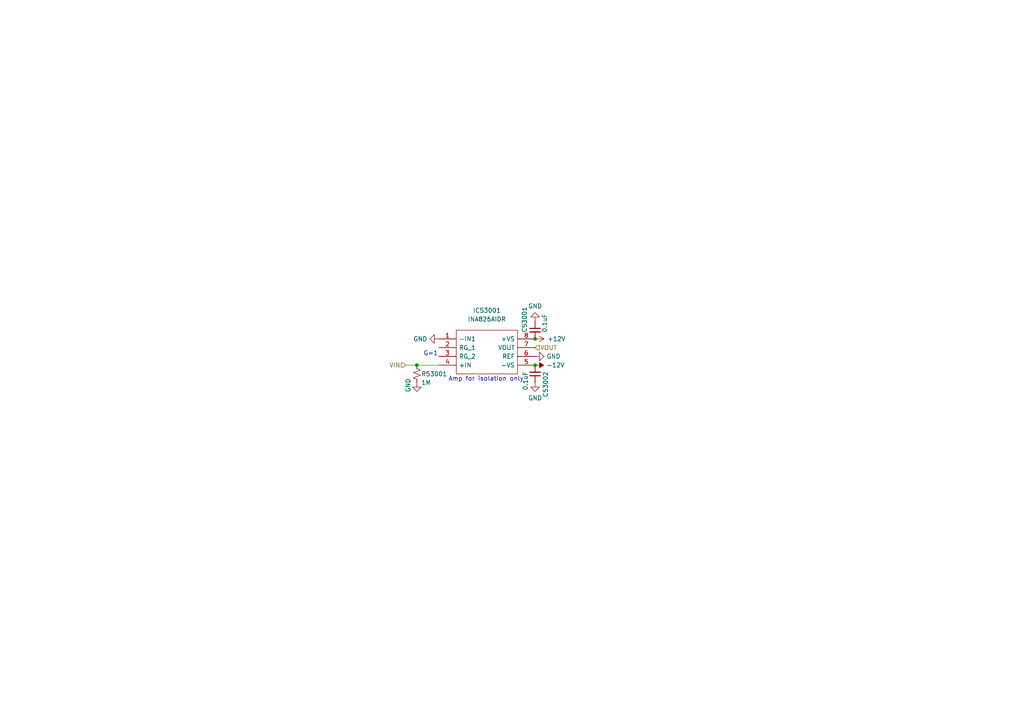
<source format=kicad_sch>
(kicad_sch (version 20231120) (generator "eeschema") (generator_version "8.0")
  (paper "A4")
  (lib_symbols
    (symbol "Device:C_Small" (pin_numbers hide) (pin_names (offset 0.254) hide)
      (property "Reference" "C" (at 0.254 1.778 0))
      (property "Value" "C_Small" (at 0.254 -2.032 0))
      (symbol "C_Small_0_1"
        (polyline (pts (xy -1.524 -0.508) (xy 1.524 -0.508)) (stroke (width 0.3302)))
        (polyline (pts (xy -1.524 0.508) (xy 1.524 0.508)) (stroke (width 0.3048)))
      )
      (symbol "C_Small_1_1"
        (pin passive line (at 0 2.54 270) (length 2.032) (name "~") (number "1"))
        (pin passive line (at 0 -2.54 90) (length 2.032) (name "~") (number "2"))
      )
    )
    (symbol "Device:R_Small_US" (pin_numbers hide) (pin_names (offset 0.254) hide)
      (property "Reference" "R" (at 0.762 0.508 0))
      (property "Value" "R_Small_US" (at 0.762 -1.016 0))
      (symbol "R_Small_US_1_1"
        (polyline (pts (xy 0 0) (xy 1.016 -0.381) (xy 0 -0.762) (xy -1.016 -1.143) (xy 0 -1.524)))
        (polyline (pts (xy 0 1.524) (xy 1.016 1.143) (xy 0 0.762) (xy -1.016 0.381) (xy 0 0)))
        (pin passive line (at 0 2.54 270) (length 1.016) (name "~") (number "1"))
        (pin passive line (at 0 -2.54 90) (length 1.016) (name "~") (number "2"))
      )
    )
    (symbol "aaa:INA826AIDR" (pin_names (offset 0.762))
      (property "Reference" "IC" (at 24.13 7.62 0))
      (property "Value" "INA826AIDR" (at 24.13 5.08 0))
      (symbol "INA826AIDR_0_0"
        (pin passive line (at 0 0 0) (length 5.08) (name "-IN1") (number "1"))
        (pin passive line (at 0 -2.54 0) (length 5.08) (name "RG_1") (number "2"))
        (pin passive line (at 0 -5.08 0) (length 5.08) (name "RG_2") (number "3"))
        (pin passive line (at 0 -7.62 0) (length 5.08) (name "+IN") (number "4"))
        (pin passive line (at 27.94 -7.62 180) (length 5.08) (name "-VS") (number "5"))
        (pin passive line (at 27.94 -5.08 180) (length 5.08) (name "REF") (number "6"))
        (pin passive line (at 27.94 -2.54 180) (length 5.08) (name "VOUT") (number "7"))
        (pin passive line (at 27.94 0 180) (length 5.08) (name "+VS") (number "8"))
      )
      (symbol "INA826AIDR_0_1"
        (polyline (pts (xy 5.08 2.54) (xy 22.86 2.54) (xy 22.86 -10.16) (xy 5.08 -10.16) (xy 5.08 2.54)) (stroke (width 0.1524)))
      )
    )
    (symbol "power:+12V" (power) (pin_numbers hide) (pin_names (offset 0) hide)
      (property "Value" "+12V" (at 0 3.556 0))
      (symbol "+12V_0_1"
        (polyline (pts (xy -0.762 1.27) (xy 0 2.54)))
        (polyline (pts (xy 0 0) (xy 0 2.54)))
        (polyline (pts (xy 0 2.54) (xy 0.762 1.27)))
      )
      (symbol "+12V_1_1"
        (pin power_in line (at 0 0 90) (length 0) (name "~") (number "1"))
      )
    )
    (symbol "power:-12V" (power) (pin_numbers hide) (pin_names (offset 0) hide)
      (property "Value" "-12V" (at 0 3.556 0))
      (symbol "-12V_0_0"
        (pin power_in line (at 0 0 90) (length 0) (name "~") (number "1"))
      )
      (symbol "-12V_0_1"
        (polyline (pts (xy 0 0) (xy 0 1.27) (xy 0.762 1.27) (xy 0 2.54) (xy -0.762 1.27) (xy 0 1.27)) (fill (type outline)))
      )
    )
    (symbol "power:GND" (power) (pin_names (offset 0))
      (property "Value" "GND" (at 0 -3.81 0))
      (symbol "GND_0_1"
        (polyline (pts (xy 0 0) (xy 0 -1.27) (xy 1.27 -1.27) (xy 0 -2.54) (xy -1.27 -1.27) (xy 0 -1.27)))
      )
      (symbol "GND_1_1"
        (pin power_in line (at 0 0 270) (length 0) hide (name "GND") (number "1"))
      )
    )
  )
  (junction (at 155.194 98.298))
  (junction (at 120.904 105.918))
  (junction (at 155.194 105.918))
  (wire (pts (xy 127.254 105.918) (xy 120.904 105.918)))
  (wire (pts (xy 117.602 105.918) (xy 120.904 105.918)))
  (text "Amp for isolation only" (at 130.048 110.744 0) (effects (font (size 1.27 1.27)) (justify left bottom)))
  (text "G=1" (at 122.809 103.378 0) (effects (font (size 1.27 1.27)) (justify left bottom)))
  (hierarchical_label "VOUT" (shape input) (at 155.194 100.838 0))
  (hierarchical_label "VIN" (shape input) (at 117.602 105.918 180))
  (symbol (lib_id "power:GND") (at 155.194 103.378 90) (unit 1)
    (property "Reference" "#PWR288" (effects (hide yes)))
    (property "Value" "GND" (at 158.496 103.3779 90) (effects (justify right)))
    (instances (project "analog_i" (path "" (reference "#PWR288") (unit 1)) (path "" (reference "#PWR293") (unit 1))) (project "analog_frontend_panel" (path "" (reference "#PWR37003") (unit 1)) (path "" (reference "#PWR34003") (unit 1))))
  )
  (symbol (lib_id "Device:C_Small") (at 155.194 108.458 180) (unit 1)
    (property "Reference" "C53002" (at 158.242 111.506 90))
    (property "Value" "0.1uF" (at 152.4 110.49 90))
    (property "Footprint" "Capacitor_SMD:C_0402_1005Metric" (effects (hide yes)))
    (instances (project "analog_i" (path "" (reference "C53002") (unit 1)) (path "" (reference "C54002") (unit 1))) (project "analog_frontend_panel" (path "" (reference "C39003") (unit 1)) (path "" (reference "C32006") (unit 1))))
  )
  (symbol (lib_id "power:GND") (at 155.194 93.218 180) (unit 1)
    (property "Reference" "#PWR291" (effects (hide yes)))
    (property "Value" "GND" (at 155.194 88.773 0))
    (instances (project "analog_i" (path "" (reference "#PWR291") (unit 1)) (path "" (reference "#PWR296") (unit 1))) (project "analog_frontend_panel" (path "" (reference "#PWR37004") (unit 1)) (path "" (reference "#PWR34004") (unit 1))))
  )
  (symbol (lib_id "power:GND") (at 120.904 110.998 0) (unit 1)
    (property "Reference" "#PWR290" (effects (hide yes)))
    (property "Value" "GND" (at 118.364 109.728 90) (effects (justify right)))
    (instances (project "analog_i" (path "" (reference "#PWR290") (unit 1)) (path "" (reference "#PWR295") (unit 1))) (project "analog_frontend_panel" (path "" (reference "#PWR37001") (unit 1)) (path "" (reference "#PWR34001") (unit 1))))
  )
  (symbol (lib_id "power:GND") (at 127.254 98.298 270) (unit 1)
    (property "Reference" "#PWR289" (effects (hide yes)))
    (property "Value" "GND" (at 123.952 98.2979 90) (effects (justify right)))
    (instances (project "analog_i" (path "" (reference "#PWR289") (unit 1)) (path "" (reference "#PWR294") (unit 1))) (project "analog_frontend_panel" (path "" (reference "#PWR37002") (unit 1)) (path "" (reference "#PWR34002") (unit 1))))
  )
  (symbol (lib_id "Device:R_Small_US") (at 120.904 108.458 0) (unit 1)
    (property "Reference" "R53001" (at 122.174 108.458 0) (effects (justify left)))
    (property "Value" "1M" (at 122.174 110.998 0) (effects (justify left)))
    (property "Footprint" "Resistor_SMD:R_0402_1005Metric" (effects (hide yes)))
    (instances (project "analog_i" (path "" (reference "R53001") (unit 1)) (path "" (reference "R54001") (unit 1))) (project "analog_frontend_panel" (path "" (reference "R37001") (unit 1)) (path "" (reference "R34001") (unit 1))))
  )
  (symbol (lib_id "Device:C_Small") (at 155.194 95.758 0) (unit 1)
    (property "Reference" "C53001" (at 152.146 92.71 90))
    (property "Value" "0.1uF" (at 157.988 93.726 90))
    (property "Footprint" "Capacitor_SMD:C_0402_1005Metric" (effects (hide yes)))
    (instances (project "analog_i" (path "" (reference "C53001") (unit 1)) (path "" (reference "C54001") (unit 1))) (project "analog_frontend_panel" (path "" (reference "C37001") (unit 1)) (path "" (reference "C34002") (unit 1))))
  )
  (symbol (lib_id "aaa:INA826AIDR") (at 127.254 98.298 0) (unit 1)
    (property "Reference" "IC53001" (at 141.224 90.043 0))
    (property "Value" "INA826AIDR" (at 141.224 92.583 0))
    (property "Footprint" "aaa:SOIC127P600X175-8N" (effects (hide yes)))
    (property "Datasheet" "http://www.ti.com/lit/gpn/ina826" (effects (hide yes)))
    (property "Description" "Precision, 200-uA Supply Current, 36-V Supply Instrumentation Amplifier" (effects (hide yes)))
    (property "Height" "1.75" (effects (hide yes)))
    (property "Manufacturer_Name" "Texas Instruments" (effects (hide yes)))
    (property "Manufacturer_Part_Number" "INA826AIDR" (effects (hide yes)))
    (property "Mouser Part Number" "595-INA826AIDR" (effects (hide yes)))
    (property "Mouser Price/Stock" "https://www.mouser.co.uk/ProductDetail/Texas-Instruments/INA826AIDR?qs=RqytGdBYyUFuQNJtlkA6aQ%3D%3D" (effects (hide yes)))
    (property "Arrow Part Number" "INA826AIDR" (effects (hide yes)))
    (property "Arrow Price/Stock" "https://www.arrow.com/en/products/ina826aidr/texas-instruments?region=nac" (effects (hide yes)))
    (property "LCSC" "C38433" (effects (hide yes)))
    (instances (project "analog_i" (path "" (reference "IC53001") (unit 1)) (path "" (reference "IC54001") (unit 1))) (project "analog_frontend_panel" (path "" (reference "IC37001") (unit 1)) (path "" (reference "IC34002") (unit 1))))
  )
  (symbol (lib_id "power:+12V") (at 155.194 98.298 270) (unit 1)
    (property "Reference" "#PWR358" (effects (hide yes)))
    (property "Value" "+12V" (at 158.75 98.2979 90) (effects (justify left)))
    (property "Description" "Power symbol creates a global label with name \"+12V\"" (effects (hide yes)))
    (instances (project "analog_i" (path "" (reference "#PWR358") (unit 1)) (path "" (reference "#PWR361") (unit 1))) (project "" (path "" (reference "#PWR39011") (unit 1)) (path "" (reference "#PWR32010") (unit 1))))
  )
  (symbol (lib_id "power:GND") (at 155.194 110.998 0) (unit 1)
    (property "Reference" "#PWR359" (effects (hide yes)))
    (property "Value" "GND" (at 155.194 115.443 0))
    (instances (project "analog_i" (path "" (reference "#PWR359") (unit 1)) (path "" (reference "#PWR362") (unit 1))) (project "analog_frontend_panel" (path "" (reference "#PWR39013") (unit 1)) (path "" (reference "#PWR32013") (unit 1))))
  )
  (symbol (lib_id "power:-12V") (at 155.194 105.918 270) (unit 1)
    (property "Reference" "#PWR360" (effects (hide yes)))
    (property "Value" "-12V" (at 158.496 105.9179 90) (effects (justify left)))
    (property "Description" "Power symbol creates a global label with name \"-12V\"" (effects (hide yes)))
    (instances (project "analog_i" (path "" (reference "#PWR360") (unit 1)) (path "" (reference "#PWR363") (unit 1))) (project "" (path "" (reference "#PWR39012") (unit 1)) (path "" (reference "#PWR32012") (unit 1))))
  )
)
</source>
